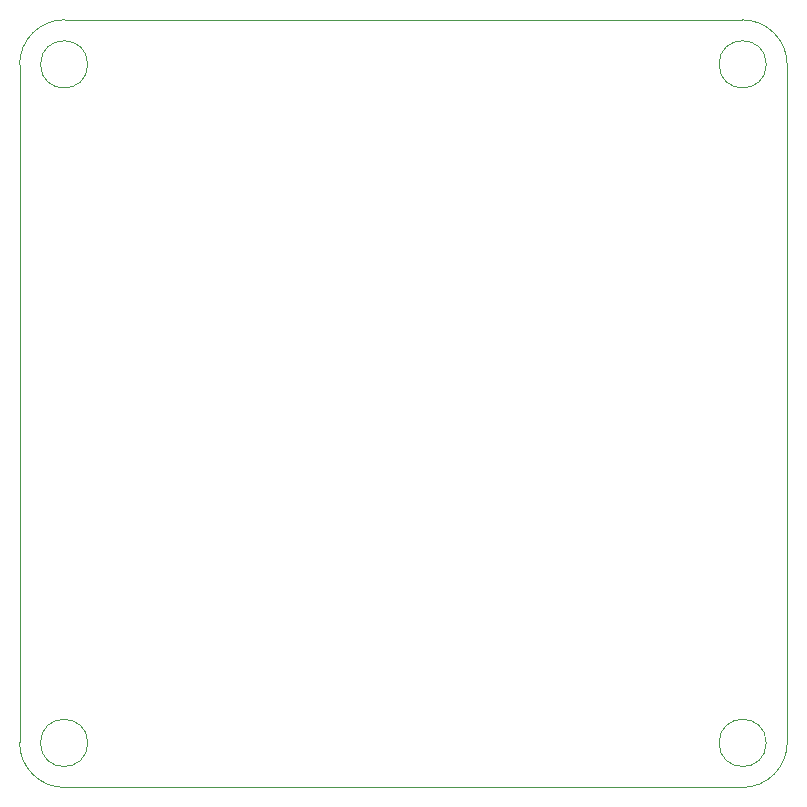
<source format=gbr>
%TF.GenerationSoftware,KiCad,Pcbnew,8.0.2*%
%TF.CreationDate,2024-06-01T13:56:36-03:00*%
%TF.ProjectId,Porthole Controller,506f7274-686f-46c6-9520-436f6e74726f,1*%
%TF.SameCoordinates,Original*%
%TF.FileFunction,Profile,NP*%
%FSLAX46Y46*%
G04 Gerber Fmt 4.6, Leading zero omitted, Abs format (unit mm)*
G04 Created by KiCad (PCBNEW 8.0.2) date 2024-06-01 13:56:36*
%MOMM*%
%LPD*%
G01*
G04 APERTURE LIST*
%TA.AperFunction,Profile*%
%ADD10C,0.050000*%
%TD*%
G04 APERTURE END LIST*
D10*
X143275000Y-136225000D02*
G75*
G02*
X139275000Y-136225000I-2000000J0D01*
G01*
X139275000Y-136225000D02*
G75*
G02*
X143275000Y-136225000I2000000J0D01*
G01*
X137500000Y-136190000D02*
X137500000Y-78810000D01*
X141310000Y-140000000D02*
G75*
G02*
X137500000Y-136190000I0J3810000D01*
G01*
X137500000Y-78810000D02*
G75*
G02*
X141310000Y-75000000I3810000J0D01*
G01*
X198690000Y-75000000D02*
G75*
G02*
X202500000Y-78810000I0J-3810000D01*
G01*
X200725000Y-78775000D02*
G75*
G02*
X196725000Y-78775000I-2000000J0D01*
G01*
X196725000Y-78775000D02*
G75*
G02*
X200725000Y-78775000I2000000J0D01*
G01*
X198690000Y-140000000D02*
X141310000Y-140000000D01*
X200725000Y-136225000D02*
G75*
G02*
X196725000Y-136225000I-2000000J0D01*
G01*
X196725000Y-136225000D02*
G75*
G02*
X200725000Y-136225000I2000000J0D01*
G01*
X202500000Y-78810000D02*
X202500000Y-136190000D01*
X143275000Y-78775000D02*
G75*
G02*
X139275000Y-78775000I-2000000J0D01*
G01*
X139275000Y-78775000D02*
G75*
G02*
X143275000Y-78775000I2000000J0D01*
G01*
X202500000Y-136190000D02*
G75*
G02*
X198690000Y-140000000I-3810000J0D01*
G01*
X141310000Y-75000000D02*
X198690000Y-75000000D01*
M02*

</source>
